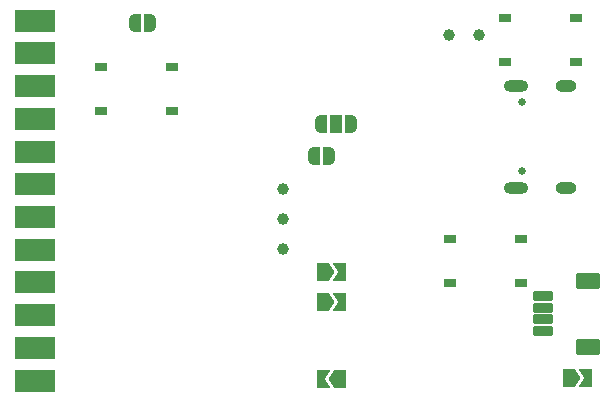
<source format=gbr>
%TF.GenerationSoftware,KiCad,Pcbnew,8.0.2*%
%TF.CreationDate,2024-12-18T21:07:28-06:00*%
%TF.ProjectId,Usb_Bridge,5573625f-4272-4696-9467-652e6b696361,rev?*%
%TF.SameCoordinates,Original*%
%TF.FileFunction,Soldermask,Bot*%
%TF.FilePolarity,Negative*%
%FSLAX46Y46*%
G04 Gerber Fmt 4.6, Leading zero omitted, Abs format (unit mm)*
G04 Created by KiCad (PCBNEW 8.0.2) date 2024-12-18 21:07:28*
%MOMM*%
%LPD*%
G01*
G04 APERTURE LIST*
G04 Aperture macros list*
%AMRoundRect*
0 Rectangle with rounded corners*
0 $1 Rounding radius*
0 $2 $3 $4 $5 $6 $7 $8 $9 X,Y pos of 4 corners*
0 Add a 4 corners polygon primitive as box body*
4,1,4,$2,$3,$4,$5,$6,$7,$8,$9,$2,$3,0*
0 Add four circle primitives for the rounded corners*
1,1,$1+$1,$2,$3*
1,1,$1+$1,$4,$5*
1,1,$1+$1,$6,$7*
1,1,$1+$1,$8,$9*
0 Add four rect primitives between the rounded corners*
20,1,$1+$1,$2,$3,$4,$5,0*
20,1,$1+$1,$4,$5,$6,$7,0*
20,1,$1+$1,$6,$7,$8,$9,0*
20,1,$1+$1,$8,$9,$2,$3,0*%
%AMFreePoly0*
4,1,19,0.000000,0.744911,0.071157,0.744911,0.207708,0.704816,0.327430,0.627875,0.420627,0.520320,0.479746,0.390866,0.500000,0.250000,0.500000,-0.250000,0.479746,-0.390866,0.420627,-0.520320,0.327430,-0.627875,0.207708,-0.704816,0.071157,-0.744911,0.000000,-0.744911,0.000000,-0.750000,-0.500000,-0.750000,-0.500000,0.750000,0.000000,0.750000,0.000000,0.744911,0.000000,0.744911,
$1*%
%AMFreePoly1*
4,1,19,0.500000,-0.750000,0.000000,-0.750000,0.000000,-0.744911,-0.071157,-0.744911,-0.207708,-0.704816,-0.327430,-0.627875,-0.420627,-0.520320,-0.479746,-0.390866,-0.500000,-0.250000,-0.500000,0.250000,-0.479746,0.390866,-0.420627,0.520320,-0.327430,0.627875,-0.207708,0.704816,-0.071157,0.744911,0.000000,0.744911,0.000000,0.750000,0.500000,0.750000,0.500000,-0.750000,0.500000,-0.750000,
$1*%
%AMFreePoly2*
4,1,6,1.000000,0.000000,0.500000,-0.750000,-0.500000,-0.750000,-0.500000,0.750000,0.500000,0.750000,1.000000,0.000000,1.000000,0.000000,$1*%
%AMFreePoly3*
4,1,6,0.500000,-0.750000,-0.650000,-0.750000,-0.150000,0.000000,-0.650000,0.750000,0.500000,0.750000,0.500000,-0.750000,0.500000,-0.750000,$1*%
%AMFreePoly4*
4,1,19,0.550000,-0.750000,0.000000,-0.750000,0.000000,-0.744911,-0.071157,-0.744911,-0.207708,-0.704816,-0.327430,-0.627875,-0.420627,-0.520320,-0.479746,-0.390866,-0.500000,-0.250000,-0.500000,0.250000,-0.479746,0.390866,-0.420627,0.520320,-0.327430,0.627875,-0.207708,0.704816,-0.071157,0.744911,0.000000,0.744911,0.000000,0.750000,0.550000,0.750000,0.550000,-0.750000,0.550000,-0.750000,
$1*%
%AMFreePoly5*
4,1,19,0.000000,0.744911,0.071157,0.744911,0.207708,0.704816,0.327430,0.627875,0.420627,0.520320,0.479746,0.390866,0.500000,0.250000,0.500000,-0.250000,0.479746,-0.390866,0.420627,-0.520320,0.327430,-0.627875,0.207708,-0.704816,0.071157,-0.744911,0.000000,-0.744911,0.000000,-0.750000,-0.550000,-0.750000,-0.550000,0.750000,0.000000,0.750000,0.000000,0.744911,0.000000,0.744911,
$1*%
G04 Aperture macros list end*
%ADD10R,3.480000X1.846667*%
%ADD11C,0.650000*%
%ADD12O,2.100000X1.000000*%
%ADD13O,1.800000X1.000000*%
%ADD14FreePoly0,0.000000*%
%ADD15FreePoly1,0.000000*%
%ADD16FreePoly2,180.000000*%
%ADD17FreePoly3,180.000000*%
%ADD18C,1.000000*%
%ADD19R,1.000000X0.750000*%
%ADD20RoundRect,0.102000X0.900000X-0.600000X0.900000X0.600000X-0.900000X0.600000X-0.900000X-0.600000X0*%
%ADD21RoundRect,0.102000X-0.775000X0.300000X-0.775000X-0.300000X0.775000X-0.300000X0.775000X0.300000X0*%
%ADD22FreePoly4,180.000000*%
%ADD23R,1.000000X1.500000*%
%ADD24FreePoly5,180.000000*%
%ADD25FreePoly2,0.000000*%
%ADD26FreePoly3,0.000000*%
G04 APERTURE END LIST*
D10*
%TO.C,J3*%
X2000000Y15235000D03*
X2000000Y12465000D03*
X2000000Y9695000D03*
X2000000Y6925000D03*
X2000000Y4155000D03*
X2000000Y1385000D03*
X2000000Y-1385000D03*
X2000000Y-4155000D03*
X2000000Y-6925000D03*
X2000000Y-9695000D03*
X2000000Y-12465000D03*
X2000000Y-15235000D03*
%TD*%
D11*
%TO.C,J12*%
X43220000Y2530000D03*
X43220000Y8310000D03*
D12*
X42700000Y1100000D03*
D13*
X46900000Y1100000D03*
D12*
X42700000Y9740000D03*
D13*
X46900000Y9740000D03*
%TD*%
D14*
%TO.C,J1*%
X26910000Y3750000D03*
D15*
X25610000Y3750000D03*
%TD*%
D16*
%TO.C,JP6*%
X27795000Y-15080000D03*
D17*
X26345000Y-15080000D03*
%TD*%
D18*
%TO.C,TP2*%
X23000000Y-1540000D03*
%TD*%
D19*
%TO.C,SW2*%
X37150000Y-6965000D03*
X43150000Y-6965000D03*
X37150000Y-3215000D03*
X43150000Y-3215000D03*
%TD*%
D18*
%TO.C,TP1*%
X23000000Y1000000D03*
%TD*%
D20*
%TO.C,J4*%
X48845000Y-12365000D03*
X48845000Y-6765000D03*
D21*
X44970000Y-11065000D03*
X44970000Y-10065000D03*
X44970000Y-9065000D03*
X44970000Y-8065000D03*
%TD*%
D19*
%TO.C,SW3*%
X47760000Y15475000D03*
X41760000Y15475000D03*
X47760000Y11725000D03*
X41760000Y11725000D03*
%TD*%
D22*
%TO.C,J13*%
X28770000Y6520000D03*
D23*
X27470000Y6520000D03*
D24*
X26170000Y6520000D03*
%TD*%
D25*
%TO.C,JP3*%
X26345000Y-8610000D03*
D26*
X27795000Y-8610000D03*
%TD*%
D18*
%TO.C,TP5*%
X39540000Y14000000D03*
%TD*%
D19*
%TO.C,SW1*%
X13580000Y11310000D03*
X7580000Y11310000D03*
X13580000Y7560000D03*
X7580000Y7560000D03*
%TD*%
D25*
%TO.C,JP7*%
X47215000Y-15000000D03*
D26*
X48665000Y-15000000D03*
%TD*%
D15*
%TO.C,J6*%
X10440000Y15030000D03*
D14*
X11740000Y15030000D03*
%TD*%
D18*
%TO.C,TP3*%
X23000000Y-4080000D03*
%TD*%
D25*
%TO.C,JP5*%
X26345000Y-6050000D03*
D26*
X27795000Y-6050000D03*
%TD*%
D18*
%TO.C,TP4*%
X37000000Y14000000D03*
%TD*%
M02*

</source>
